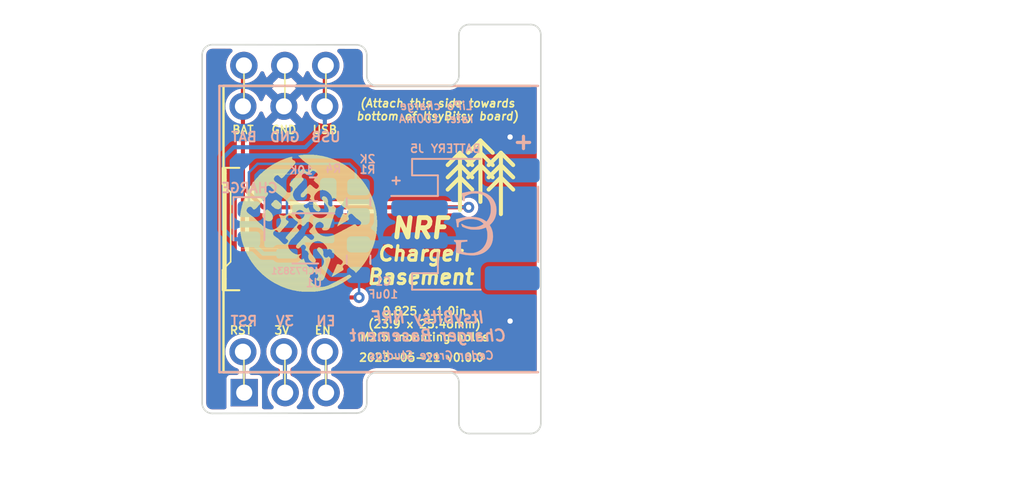
<source format=kicad_pcb>
(kicad_pcb (version 20211014) (generator pcbnew)
  (title_block (title "ItsyBitsyChargerBasement") (date "2023-05-21") (rev "0.0.0") (company "Cedar Grove Studios"))
  (layers (0 "F.Cu" signal) (31 "B.Cu" signal) (34 "B.Paste" user) (35 "F.Paste" user) (36 "B.SilkS" user "B.Silkscreen") (37 "F.SilkS" user "F.Silkscreen") (38 "B.Mask" user) (39 "F.Mask" user) (44 "Edge.Cuts" user))
  (net 0 "")
  (net 1 "GND")
  (net 2 "/BAT")
  (net 3 "Net-(D1-Pad1)")
  (net 4 "Net-(R1-Pad2)")
  (net 5 "Net-(R4-Pad1)")
  (net 6 "/USB")
  (net 7 "/~{RST}")
  (net 8 "/3V")
  (net 9 "/EN")
  (footprint "MountingHole:MountingHole_2.5mm" (layer "F.Cu") (at 127.635 97.155)
    (fp_text reference "REF**" hide)
    (fp_text value "MountingHole_2.5mm")
    (pad "" np_thru_hole circle locked (at 0 0) (size 2.5 2.5) (drill 2.5) (layers *.Cu *.Mask))
    (pad "" np_thru_hole circle locked (at 0 0) (size 2.5 2.5) (drill 2.5) (layers *.Cu *.Mask))
  )
  (footprint "Adafruit_MPU_boards:ItsyBitsy_logo" (layer "F.Cu") (at 116.005 107.8)
    (fp_text reference "U$5" hide)
    (fp_text value "" hide)
  )
  (footprint "Connector_PinHeader_2.54mm:PinHeader_1x03_P2.54mm_Vertical" (layer "F.Cu") (at 111.775 118.11 90)
    (fp_text reference "J2" hide)
    (fp_text value "Conn_01x03" hide)
    (pad "1" thru_hole rect (at 0 0 90) (size 1.7 1.7) (drill 1) (layers *.Cu *.Mask) (net 7 "/~{RST}"))
    (pad "2" thru_hole oval (at 0 2.54 90) (size 1.7 1.7) (drill 1) (layers *.Cu *.Mask) (net 8 "/3V"))
    (pad "3" thru_hole oval (at 0 5.08 90) (size 1.7 1.7) (drill 1) (layers *.Cu *.Mask) (net 9 "/EN"))
  )
  (footprint "MountingHole:MountingHole_2.5mm" (layer "F.Cu") (at 127.635 118.745)
    (fp_text reference "REF**" hide)
    (fp_text value "MountingHole_2.5mm")
    (pad "" np_thru_hole circle locked (at 0 0) (size 2.5 2.5) (drill 2.5) (layers *.Cu *.Mask))
    (pad "" np_thru_hole circle locked (at 0 0) (size 2.5 2.5) (drill 2.5) (layers *.Cu *.Mask))
  )
  (footprint "Connector_PinHeader_2.54mm:PinHeader_1x03_P2.54mm_Vertical" (layer "F.Cu") (at 111.755 97.79 90)
    (fp_text reference "J1" hide)
    (fp_text value "Conn_01x03" hide)
    (pad "1" thru_hole circle (at 0 0 90) (size 1.7 1.7) (drill 1) (layers *.Cu *.Mask) (net 2 "/BAT"))
    (pad "2" thru_hole circle (at 0 2.54 90) (size 1.7 1.7) (drill 1) (layers *.Cu *.Mask) (net 1 "GND"))
    (pad "3" thru_hole oval (at 0 5.08 90) (size 1.7 1.7) (drill 1) (layers *.Cu *.Mask) (net 6 "/USB"))
  )
  (footprint "Adafruit_MPU_boards:ItsyBitsy_logo" (layer "F.Cu") (at 116.005 108.421)
    (fp_text reference "logo" hide)
    (fp_text value "" hide)
  )
  (footprint "Adafruit_MPU_boards:ItsyBitsy_M4_Express" (layer "F.Cu") (at 129.6035 108.9025)
    (fp_text reference "M1")
    (fp_text value "ItsyBitsy_M4_Express")
    (fp_text user "3V" (at -15.494 5.334 unlocked) (layer "F.SilkS") (effects (font (size 0.5 0.5) (thickness 0.1))))
    (fp_text user "BAT" (at -17.907 -7.112 unlocked) (layer "F.SilkS") (effects (font (size 0.5 0.5) (thickness 0.1))))
    (fp_text user "EN" (at -12.954 5.334 unlocked) (layer "F.SilkS") (effects (font (size 0.5 0.5) (thickness 0.1))))
    (fp_text user "GND" (at -15.367 -7.112 unlocked) (layer "F.SilkS") (effects (font (size 0.5 0.5) (thickness 0.1))))
    (fp_text user "USB" (at -12.827 -7.112 unlocked) (layer "F.SilkS") (effects (font (size 0.5 0.5) (thickness 0.1))))
    (fp_text user "RST" (at -18.034 5.334 unlocked) (layer "F.SilkS") (effects (font (size 0.5 0.5) (thickness 0.1))))
    (pad "1" thru_hole circle (at -17.907 6.6675 270) (size 1.6764 1.6764) (drill 1) (layers *.Cu *.Mask) (net 7 "/~{RST}"))
    (pad "2" thru_hole circle (at -15.367 6.6675 270) (size 1.6764 1.6764) (drill 1) (layers *.Cu *.Mask) (net 8 "/3V"))
    (pad "3" thru_hole circle (at -12.827 6.6675 270) (size 1.6764 1.6764) (drill 1) (layers *.Cu *.Mask) (net 9 "/EN"))
    (pad "31" thru_hole circle (at -12.827 -8.5725 90) (size 1.6764 1.6764) (drill 1) (layers *.Cu *.Mask) (net 6 "/USB"))
    (pad "32" thru_hole circle (at -15.367 -8.5725 90) (size 1.6764 1.6764) (drill 1) (layers *.Cu *.Mask) (net 1 "GND"))
    (pad "33" thru_hole circle (at -17.907 -8.5725 90) (size 1.6764 1.6764) (drill 1) (layers *.Cu *.Mask) (net 2 "/BAT"))
  )
  (footprint "Connector_JST:JST_PH_S2B-PH-SM4-TB_1x02-1MP_P2.00mm_Horizontal" (layer "B.Cu") (at 125.5 107.655 -90)
    (fp_text reference "J5" (at -4.7 3) (layer "B.SilkS") (effects (font (size 0.5 0.5) (thickness 0.1)) (justify mirror)))
    (fp_text value "BATTERY" (at -4.7 0.6) (layer "B.SilkS") (effects (font (size 0.5 0.5) (thickness 0.1)) (justify mirror)))
    (pad "1" smd roundrect (at -1 2.85 270) (size 1 3.5) (layers "B.Cu" "B.Paste" "B.Mask") (net 2 "/BAT"))
    (pad "2" smd roundrect (at 1 2.85 270) (size 1 3.5) (layers "B.Cu" "B.Paste" "B.Mask") (net 1 "GND"))
    (pad "MP" smd roundrect (at -3.35 -2.9 270) (size 1.5 3.4) (layers "B.Cu" "B.Paste" "B.Mask") (roundrect_rratio 0.1666673333))
    (pad "MP" smd roundrect (at 3.35 -2.9 270) (size 1.5 3.4) (layers "B.Cu" "B.Paste" "B.Mask") (roundrect_rratio 0.1666673333))
  )
  (footprint "Capacitor_SMD:C_0805_2012Metric" (layer "B.Cu") (at 118.868 109.855 90)
    (fp_text reference "C1" (at -1.345 1.532 180) (layer "B.SilkS") (effects (font (size 0.5 0.5) (thickness 0.1)) (justify mirror)))
    (fp_text value "10uF" (at -2.145 1.532 180) (layer "B.SilkS") (effects (font (size 0.5 0.5) (thickness 0.1)) (justify mirror)))
    (pad "1" smd roundrect (at -0.95 0 90) (size 1 1.45) (layers "B.Cu" "B.Paste" "B.Mask") (net 2 "/BAT"))
    (pad "2" smd roundrect (at 0.95 0 90) (size 1 1.45) (layers "B.Cu" "B.Paste" "B.Mask") (net 1 "GND"))
  )
  (footprint "LED_SMD:LED_0805_2012Metric" (layer "B.Cu") (at 112.068 107.655 -90)
    (fp_text reference "D1" hide)
    (fp_text value "CHARGE" (at -2.255 -0.032 180) (layer "B.SilkS") (effects (font (size 0.6 0.6) (thickness 0.12)) (justify mirror)))
    (pad "1" smd roundrect (at -0.9375 0 270) (size 0.975 1.4) (layers "B.Cu" "B.Paste" "B.Mask") (net 3 "Net-(D1-Pad1)"))
    (pad "2" smd roundrect (at 0.9375 0 270) (size 0.975 1.4) (layers "B.Cu" "B.Paste" "B.Mask") (net 6 "/USB"))
  )
  (footprint "Resistor_SMD:R_0805_2012Metric" (layer "B.Cu") (at 118.868 106.255 -90)
    (fp_text reference "R1" (at -2 -0.554) (layer "B.SilkS") (effects (font (size 0.5 0.5) (thickness 0.1)) (justify mirror)))
    (fp_text value "2K" (at -2.65 -0.554) (layer "B.SilkS") (effects (font (size 0.5 0.5) (thickness 0.1)) (justify mirror)))
    (pad "1" smd roundrect (at -0.9125 0 270) (size 1.025 1.4) (layers "B.Cu" "B.Paste" "B.Mask") (roundrect_rratio 0.243902439) (net 3 "Net-(D1-Pad1)"))
    (pad "2" smd roundrect (at 0.9125 0 270) (size 1.025 1.4) (layers "B.Cu" "B.Paste" "B.Mask") (roundrect_rratio 0.243902439) (net 4 "Net-(R1-Pad2)"))
  )
  (footprint "Resistor_SMD:R_0805_2012Metric" (layer "B.Cu") (at 116.074 105.481)
    (fp_text reference "R4" (at 1.226 -1.281) (layer "B.SilkS") (effects (font (size 0.5 0.5) (thickness 0.1)) (justify mirror)))
    (fp_text value "10K" (at -0.774 -1.181) (layer "B.SilkS") (effects (font (size 0.5 0.5) (thickness 0.1)) (justify mirror)))
    (pad "1" smd roundrect (at -0.9125 0) (size 1.025 1.4) (layers "B.Cu" "B.Paste" "B.Mask") (roundrect_rratio 0.243902439) (net 5 "Net-(R4-Pad1)"))
    (pad "2" smd roundrect (at 0.9125 0) (size 1.025 1.4) (layers "B.Cu" "B.Paste" "B.Mask") (roundrect_rratio 0.243902439) (net 1 "GND"))
  )
  (footprint "Package_TO_SOT_SMD:SOT-23-5" (layer "B.Cu") (at 115.566 108.529 180)
    (fp_text reference "U1" (at -0.534 -2.771) (layer "B.SilkS") (effects (font (size 0.5 0.5) (thickness 0.1)) (justify mirror)))
    (fp_text value "MCP73831" (at 0.544 -2.026) (layer "B.SilkS") (effects (font (size 0.4 0.4) (thickness 0.08)) (justify mirror)))
    (pad "1" smd roundrect (at -1.1375 0.95 180) (size 1.325 0.6) (layers "B.Cu" "B.Paste" "B.Mask") (net 4 "Net-(R1-Pad2)"))
    (pad "2" smd roundrect (at -1.1375 0 180) (size 1.325 0.6) (layers "B.Cu" "B.Paste" "B.Mask") (net 1 "GND"))
    (pad "3" smd roundrect (at -1.1375 -0.95 180) (size 1.325 0.6) (layers "B.Cu" "B.Paste" "B.Mask") (net 2 "/BAT"))
    (pad "4" smd roundrect (at 1.1375 -0.95 180) (size 1.325 0.6) (layers "B.Cu" "B.Paste" "B.Mask") (net 6 "/USB"))
    (pad "5" smd roundrect (at 1.1375 0.95 180) (size 1.325 0.6) (layers "B.Cu" "B.Paste" "B.Mask") (net 5 "Net-(R4-Pad1)"))
  )
  (footprint "CedarGrove_custom:CedarGroveStudios_TEXT_CG" (layer "B.Cu") (at 126.6 107.6 180)
    (fp_text reference "G***" hide)
    (fp_text value "LOGO" hide)
  )
  (gr_line (start 110.236 116.84) (end 110.236 99.06) (layer "B.SilkS") (width 0.15))
  (gr_line (start 110.236 99.06) (end 130 99.06) (layer "B.SilkS") (width 0.15))
  (gr_line (start 110.236 116.84) (end 130 116.84) (layer "B.SilkS") (width 0.15))
  (gr_line (start 124.398 103.976) (end 125.16 103.214) (layer "F.SilkS") (width 0.25))
  (gr_line (start 125.668 104.738) (end 126.43 103.976) (layer "F.SilkS") (width 0.25))
  (gr_line (start 111.76 100.33) (end 111.76 97.79) (layer "F.SilkS") (width 0.1))
  (gr_line (start 125.922 105.5) (end 125.16 104.738) (layer "F.SilkS") (width 0.25))
  (gr_line (start 127.7 103.214) (end 127.7 107.024) (layer "F.SilkS") (width 0.25))
  (gr_line (start 128.462 103.976) (end 127.7 103.214) (layer "F.SilkS") (width 0.25))
  (gr_line (start 110.49 116.84) (end 129.54 116.84) (layer "F.SilkS") (width 0.15))
  (gr_line (start 126.938 103.976) (end 127.7 103.214) (layer "F.SilkS") (width 0.25))
  (gr_line (start 125.922 103.976) (end 125.16 103.214) (layer "F.SilkS") (width 0.25))
  (gr_line (start 125.922 104.738) (end 125.16 103.976) (layer "F.SilkS") (width 0.25))
  (gr_line (start 128.462 105.5) (end 127.7 104.738) (layer "F.SilkS") (width 0.25))
  (gr_line (start 114.3 115.57) (end 114.3 118.11) (layer "F.SilkS") (width 0.1))
  (gr_line (start 126.938 104.738) (end 127.7 103.976) (layer "F.SilkS") (width 0.25))
  (gr_line (start 129.54 99.06) (end 110.49 99.06) (layer "F.SilkS") (width 0.15))
  (gr_line (start 127.192 103.976) (end 126.43 103.214) (layer "F.SilkS") (width 0.25))
  (gr_line (start 126.43 102.452) (end 126.43 106.262) (layer "F.SilkS") (width 0.25))
  (gr_line (start 114.3 100.33) (end 114.3 97.79) (layer "F.SilkS") (width 0.1))
  (gr_line (start 127.192 103.214) (end 126.43 102.452) (layer "F.SilkS") (width 0.25))
  (gr_line (start 124.398 104.738) (end 125.16 103.976) (layer "F.SilkS") (width 0.25))
  (gr_line (start 116.84 100.33) (end 116.84 97.79) (layer "F.SilkS") (width 0.1))
  (gr_line (start 128.462 104.738) (end 127.7 103.976) (layer "F.SilkS") (width 0.25))
  (gr_line (start 125.16 103.214) (end 125.16 106.77) (layer "F.SilkS") (width 0.25))
  (gr_line (start 125.668 103.976) (end 126.43 103.214) (layer "F.SilkS") (width 0.25))
  (gr_line (start 126.938 105.5) (end 127.7 104.738) (layer "F.SilkS") (width 0.25))
  (gr_line (start 116.84 115.57) (end 116.84 118.11) (layer "F.SilkS") (width 0.1))
  (gr_line (start 127.192 104.738) (end 126.43 103.976) (layer "F.SilkS") (width 0.25))
  (gr_line (start 110.49 116.84) (end 110.49 99.06) (layer "F.SilkS") (width 0.15))
  (gr_line (start 125.668 103.214) (end 126.43 102.452) (layer "F.SilkS") (width 0.25))
  (gr_line (start 124.398 105.5) (end 125.16 104.738) (layer "F.SilkS") (width 0.25))
  (gr_line (start 111.76 115.57) (end 111.76 118.11) (layer "F.SilkS") (width 0.1))
  (gr_line (start 109.8 96.5) (end 118.745 96.509999) (layer "Edge.Cuts") (width 0.1))
  (gr_arc (start 109.165 97.135) (mid 109.350987 96.685987) (end 109.8 96.5) (layer "Edge.Cuts") (width 0.1))
  (gr_arc (start 109.8 119.4) (mid 109.350987 119.214013) (end 109.165 118.765) (layer "Edge.Cuts") (width 0.1))
  (gr_line (start 109.165 118.765) (end 109.165 97.135) (layer "Edge.Cuts") (width 0.1))
  (gr_line (start 109.8 119.4) (end 118.745 119.38) (layer "Edge.Cuts") (width 0.1))
  (gr_arc (start 129.540001 95.250001) (mid 129.989014 95.435988) (end 130.175001 95.885001) (layer "Edge.Cuts") (width 0.1))
  (gr_line (start 130.175001 95.885001) (end 130.175001 120.015001) (layer "Edge.Cuts") (width 0.1))
  (gr_arc (start 130.175001 120.015001) (mid 129.989014 120.464014) (end 129.540001 120.650001) (layer "Edge.Cuts") (width 0.1))
  (gr_arc (start 119.38 117.475) (mid 119.565987 117.025987) (end 120.015 116.84) (layer "Edge.Cuts") (width 0.1))
  (gr_line (start 125.095 98.425) (end 125.095001 95.885) (layer "Edge.Cuts") (width 0.1))
  (gr_arc (start 125.095001 95.885) (mid 125.280988 95.435987) (end 125.730001 95.25) (layer "Edge.Cuts") (width 0.1))
  (gr_arc (start 118.745 96.509999) (mid 119.194013 96.695986) (end 119.38 97.144999) (layer "Edge.Cuts") (width 0.1))
  (gr_line (start 125.729999 120.65) (end 129.540001 120.650001) (layer "Edge.Cuts") (width 0.1))
  (gr_arc (start 124.46 116.84) (mid 124.909013 117.025987) (end 125.095 117.475) (layer "Edge.Cuts") (width 0.1))
  (gr_arc (start 125.729999 120.65) (mid 125.280986 120.464013) (end 125.094999 120.015) (layer "Edge.Cuts") (width 0.1))
  (gr_line (start 125.094999 120.015) (end 125.095 117.475) (layer "Edge.Cuts") (width 0.1))
  (gr_arc (start 119.38 118.745) (mid 119.194013 119.194013) (end 118.745 119.38) (layer "Edge.Cuts") (width 0.1))
  (gr_arc (start 125.095 98.425) (mid 124.909013 98.874013) (end 124.46 99.06) (layer "Edge.Cuts") (width 0.1))
  (gr_line (start 125.730001 95.25) (end 129.540001 95.250001) (layer "Edge.Cuts") (width 0.1))
  (gr_arc (start 120.015 99.06) (mid 119.565987 98.874013) (end 119.38 98.425) (layer "Edge.Cuts") (width 0.1))
  (gr_line (start 120.015 116.84) (end 124.46 116.84) (layer "Edge.Cuts") (width 0.1))
  (gr_line (start 119.38 118.745) (end 119.38 117.475) (layer "Edge.Cuts") (width 0.1))
  (gr_line (start 119.38 98.425) (end 119.38 97.144999) (layer "Edge.Cuts") (width 0.1))
  (gr_line (start 120.015 99.06) (end 124.46 99.06) (layer "Edge.Cuts") (width 0.1))
  (gr_text "Cedar Grove Studios" (at 123.4 115.8) (layer "B.SilkS") (effects (font (size 0.5 0.5) (thickness 0.1) italic) (justify mirror)))
  (gr_text "EN" (at 116.84 113.665) (layer "B.SilkS") (effects (font (size 0.6 0.6) (thickness 0.12)) (justify mirror)))
  (gr_text "3V" (at 114.3 113.665) (layer "B.SilkS") (effects (font (size 0.6 0.6) (thickness 0.12)) (justify mirror)))
  (gr_text "GND" (at 114.3 102.235) (layer "B.SilkS") (effects (font (size 0.6 0.6) (thickness 0.12)) (justify mirror)))
  (gr_text "+" (at 129.1 102.5) (layer "B.SilkS") (effects (font (size 1 1) (thickness 0.2)) (justify mirror)))
  (gr_text "+" (at 121.2 104.9) (layer "B.SilkS") (effects (font (size 0.6 0.6) (thickness 0.12)) (justify mirror)))
  (gr_text "ItsyBitsy NRF\nCharger Basement" (at 123.2 114) (layer "B.SilkS") (effects (font (size 0.7 0.7) (thickness 0.14) italic) (justify mirror)))
  (gr_text "USB" (at 116.84 102.235) (layer "B.SilkS") (effects (font (size 0.6 0.6) (thickness 0.12)) (justify mirror)))
  (gr_text "LiPo charge\nrate: 100mA" (at 123.7 100.7) (layer "B.SilkS") (effects (font (size 0.5 0.5) (thickness 0.1) italic) (justify mirror)))
  (gr_text "BAT" (at 111.76 102.235) (layer "B.SilkS") (effects (font (size 0.6 0.6) (thickness 0.12)) (justify mirror)))
  (gr_text "RST" (at 111.76 113.665) (layer "B.SilkS") (effects (font (size 0.6 0.6) (thickness 0.12)) (justify mirror)))
  (gr_text "0.825 x 1.0in\n(23.9 x 25.46mm)\nM2.5 mounting holes" (at 122.96 113.85) (layer "F.SilkS") (effects (font (size 0.5 0.5) (thickness 0.1))))
  (gr_text "2023-05-21 v0.0.0" (at 122.77 115.93) (layer "F.SilkS") (effects (font (size 0.5 0.5) (thickness 0.1))))
  (gr_text "Charger\nBasement" (at 122.7 110.2) (layer "F.SilkS") (effects (font (size 0.9 0.9) (thickness 0.2) italic)))
  (gr_text "(Attach this side towards\nbottom of ItsyBitsy board)" (at 123.77 100.54) (layer "F.SilkS") (effects (font (size 0.5 0.5) (thickness 0.1) italic)))
  (gr_text "NRF" (at 122.7 107.9) (layer "F.SilkS") (effects (font (size 1.2 1.2) (thickness 0.3) italic)))
  (via (at 128.27 102.235) (size 0.6858) (drill 0.3302) (layers "F.Cu" "B.Cu") (net 1))
  (via (at 128.27 113.665) (size 0.6858) (drill 0.3302) (layers "F.Cu" "B.Cu") (net 1))
  (segment (start 111.6965 100.33) (end 111.6965 97.8485) (width 0.254) (layer "F.Cu") (net 2))
  (segment (start 111.6965 105.3465) (end 112.95 106.6) (width 0.254) (layer "F.Cu") (net 2))
  (segment (start 112.835 112.2) (end 118.9 112.2) (width 0.254) (layer "F.Cu") (net 2))
  (segment (start 111.6965 97.8485) (end 111.755 97.79) (width 0.254) (layer "F.Cu") (net 2))
  (segment (start 111.6965 111.0615) (end 112.835 112.2) (width 0.254) (layer "F.Cu") (net 2))
  (segment (start 111.6965 100.33) (end 111.6965 105.3465) (width 0.254) (layer "F.Cu") (net 2))
  (segment (start 112.95 106.6) (end 125.7 106.6) (width 0.254) (layer "F.Cu") (net 2))
  (segment (start 111.6965 105.3465) (end 111.6965 111.0615) (width 0.254) (layer "F.Cu") (net 2))
  (via (at 125.7 106.6) (size 0.6858) (drill 0.3302) (layers "F.Cu" "B.Cu") (net 2))
  (via (at 118.9 112.2) (size 0.6858) (drill 0.3302) (layers "F.Cu" "B.Cu") (net 2))
  (segment (start 122.705 106.6) (end 122.65 106.655) (width 0.1524) (layer "B.Cu") (net 2))
  (segment (start 118.9 112.2) (end 118.9 110.837) (width 0.1524) (layer "B.Cu") (net 2))
  (segment (start 118.9 110.837) (end 118.868 110.805) (width 0.1524) (layer "B.Cu") (net 2))
  (segment (start 118.868 110.805) (end 117.205 110.805) (width 0.254) (layer "B.Cu") (net 2))
  (segment (start 117.205 110.805) (end 116.7035 110.3035) (width 0.254) (layer "B.Cu") (net 2))
  (segment (start 125.7 106.6) (end 122.705 106.6) (width 0.1524) (layer "B.Cu") (net 2))
  (segment (start 116.7035 110.3035) (end 116.7035 109.479) (width 0.254) (layer "B.Cu") (net 2))
  (segment (start 112.6 103.9) (end 112.068 104.432) (width 0.1524) (layer "B.Cu") (net 3))
  (segment (start 118.868 105.3425) (end 118.7 105.1745) (width 0.1524) (layer "B.Cu") (net 3))
  (segment (start 112.068 104.432) (end 112.068 106.7175) (width 0.1524) (layer "B.Cu") (net 3))
  (segment (start 118.7 105.1745) (end 118.7 104.3) (width 0.1524) (layer "B.Cu") (net 3))
  (segment (start 118.7 104.3) (end 118.3 103.9) (width 0.1524) (layer "B.Cu") (net 3))
  (segment (start 118.3 103.9) (end 112.6 103.9) (width 0.1524) (layer "B.Cu") (net 3))
  (segment (start 118.4565 107.579) (end 118.868 107.1675) (width 0.1524) (layer "B.Cu") (net 4))
  (segment (start 116.7035 107.579) (end 118.4565 107.579) (width 0.1524) (layer "B.Cu") (net 4))
  (segment (start 114.4285 106.214) (end 115.1615 105.481) (width 0.1524) (layer "B.Cu") (net 5))
  (segment (start 114.4285 107.579) (end 114.4285 106.214) (width 0.1524) (layer "B.Cu") (net 5))
  (segment (start 116.7765 97.8485) (end 116.835 97.79) (width 0.254) (layer "F.Cu") (net 6))
  (segment (start 116.7765 100.33) (end 116.7765 97.8485) (width 0.254) (layer "F.Cu") (net 6))
  (segment (start 111.125 102.87) (end 115.57 102.87) (width 0.254) (layer "B.Cu") (net 6))
  (segment (start 110.49 107.95) (end 110.49 103.505) (width 0.254) (layer "B.Cu") (net 6))
  (segment (start 110.49 103.505) (end 111.125 102.87) (width 0.254) (layer "B.Cu") (net 6))
  (segment (start 115.57 102.87) (end 116.7765 101.6635) (width 0.254) (layer "B.Cu") (net 6))
  (segment (start 116.7765 101.6635) (end 116.7765 100.33) (width 0.254) (layer "B.Cu") (net 6))
  (segment (start 112.0605 108.585) (end 111.125 108.585) (width 0.254) (layer "B.Cu") (net 6))
  (segment (start 114.4285 109.479) (end 112.9545 109.479) (width 0.254) (layer "B.Cu") (net 6))
  (segment (start 112.9545 109.479) (end 112.068 108.5925) (width 0.254) (layer "B.Cu") (net 6))
  (segment (start 111.125 108.585) (end 110.49 107.95) (width 0.254) (layer "B.Cu") (net 6))
  (segment (start 112.068 108.5925) (end 112.0605 108.585) (width 0.254) (layer "B.Cu") (net 6))
  (segment (start 111.775 118.11) (end 111.775 115.6485) (width 0.1524) (layer "F.Cu") (net 7))
  (segment (start 111.775 115.6485) (end 111.6965 115.57) (width 0.1524) (layer "F.Cu") (net 7))
  (segment (start 111.76 115.57) (end 111.76 118.11) (width 0.1524) (layer "B.Cu") (net 7))
  (segment (start 114.315 118.11) (end 114.315 115.6485) (width 0.1524) (layer "F.Cu") (net 8))
  (segment (start 114.315 115.6485) (end 114.2365 115.57) (width 0.1524) (layer "F.Cu") (net 8))
  (segment (start 114.3 115.57) (end 114.3 118.11) (width 0.254) (layer "B.Cu") (net 8))
  (segment (start 116.855 115.6485) (end 116.7765 115.57) (width 0.1524) (layer "F.Cu") (net 9))
  (segment (start 116.855 118.11) (end 116.855 115.6485) (width 0.1524) (layer "F.Cu") (net 9))
  (segment (start 116.84 115.57) (end 116.84 116.772081) (width 0.1524) (layer "B.Cu") (net 9))
  (segment (start 116.84 116.772081) (end 116.84 118.11) (width 0.1524) (layer "B.Cu") (net 9))
  (zone (net 1) (net_name "GND") (layers F&B.Cu) (connect_pads (clearance 0.254)) (min_thickness 0.254) (fill yes (thermal_gap 0.508) (thermal_bridge_width 0.508))
    (polygon (pts (xy 120.015 99.06) (xy 130.175 99.06) (xy 130.175 116.84) (xy 120.015 116.84) (xy 120.015 120.015) (xy 109.22 120.015) (xy 109.22 95.885) (xy 120.015 95.885)))
  )
)
</source>
